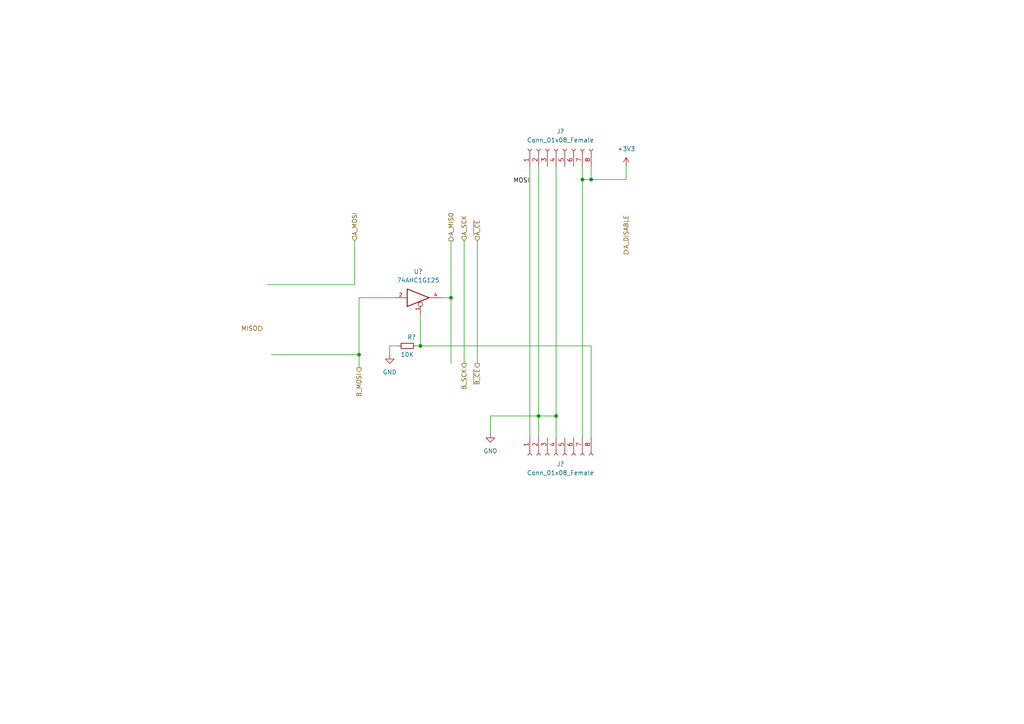
<source format=kicad_sch>
(kicad_sch (version 20211123) (generator eeschema)
  (paper "A4")
  (lib_symbols
    (symbol "74xGxx:74AHC1G125" (pin_names (offset 1.016))
      (property "Reference" "U" (at -2.54 3.81 0))
      (property "Value" "74AHC1G125" (at 0 -3.81 0))
      (symbol "74AHC1G125_0_1"
        (polyline (pts (xy -3.81 2.54) (xy -3.81 -2.54) (xy 2.54 0) (xy -3.81 2.54)) (stroke (width 0.254)))
      )
      (symbol "74AHC1G125_1_1"
        (pin input inverted (at 0 5.08 270) (length 3.81) (name "~") (number "1"))
        (pin input line (at -7.62 0 0) (length 3.81) (name "~") (number "2"))
        (pin power_in line (at 1.27 -1.27 270) (length 0) hide (name "GND") (number "3"))
        (pin tri_state line (at 6.35 0 180) (length 3.81) (name "~") (number "4"))
        (pin power_in line (at 1.27 1.27 90) (length 0) hide (name "VCC") (number "5"))
      )
    )
    (symbol "Connector:Conn_01x08_Female" (pin_names (offset 1.016) hide)
      (property "Reference" "J" (at 0 10.16 0))
      (property "Value" "Conn_01x08_Female" (at 0 -12.7 0))
      (symbol "Conn_01x08_Female_1_1"
        (arc (start 0 -9.652) (mid -0.508 -10.16) (end 0 -10.668) (stroke (width 0.1524)))
        (arc (start 0 -7.112) (mid -0.508 -7.62) (end 0 -8.128) (stroke (width 0.1524)))
        (arc (start 0 -4.572) (mid -0.508 -5.08) (end 0 -5.588) (stroke (width 0.1524)))
        (arc (start 0 -2.032) (mid -0.508 -2.54) (end 0 -3.048) (stroke (width 0.1524)))
        (polyline (pts (xy -1.27 -10.16) (xy -0.508 -10.16)) (stroke (width 0.1524)))
        (polyline (pts (xy -1.27 -7.62) (xy -0.508 -7.62)) (stroke (width 0.1524)))
        (polyline (pts (xy -1.27 -5.08) (xy -0.508 -5.08)) (stroke (width 0.1524)))
        (polyline (pts (xy -1.27 -2.54) (xy -0.508 -2.54)) (stroke (width 0.1524)))
        (polyline (pts (xy -1.27 0) (xy -0.508 0)) (stroke (width 0.1524)))
        (polyline (pts (xy -1.27 2.54) (xy -0.508 2.54)) (stroke (width 0.1524)))
        (polyline (pts (xy -1.27 5.08) (xy -0.508 5.08)) (stroke (width 0.1524)))
        (polyline (pts (xy -1.27 7.62) (xy -0.508 7.62)) (stroke (width 0.1524)))
        (arc (start 0 0.508) (mid -0.508 0) (end 0 -0.508) (stroke (width 0.1524)))
        (arc (start 0 3.048) (mid -0.508 2.54) (end 0 2.032) (stroke (width 0.1524)))
        (arc (start 0 5.588) (mid -0.508 5.08) (end 0 4.572) (stroke (width 0.1524)))
        (arc (start 0 8.128) (mid -0.508 7.62) (end 0 7.112) (stroke (width 0.1524)))
        (pin passive line (at -5.08 7.62 0) (length 3.81) (name "Pin_1") (number "1"))
        (pin passive line (at -5.08 5.08 0) (length 3.81) (name "Pin_2") (number "2"))
        (pin passive line (at -5.08 2.54 0) (length 3.81) (name "Pin_3") (number "3"))
        (pin passive line (at -5.08 0 0) (length 3.81) (name "Pin_4") (number "4"))
        (pin passive line (at -5.08 -2.54 0) (length 3.81) (name "Pin_5") (number "5"))
        (pin passive line (at -5.08 -5.08 0) (length 3.81) (name "Pin_6") (number "6"))
        (pin passive line (at -5.08 -7.62 0) (length 3.81) (name "Pin_7") (number "7"))
        (pin passive line (at -5.08 -10.16 0) (length 3.81) (name "Pin_8") (number "8"))
      )
    )
    (symbol "Device:R_Small" (pin_numbers hide) (pin_names (offset 0.254) hide)
      (property "Reference" "R" (at 0.762 0.508 0))
      (property "Value" "R_Small" (at 0.762 -1.016 0))
      (symbol "R_Small_0_1"
        (rectangle (start -0.762 1.778) (end 0.762 -1.778) (stroke (width 0.2032)))
      )
      (symbol "R_Small_1_1"
        (pin passive line (at 0 2.54 270) (length 0.762) (name "~") (number "1"))
        (pin passive line (at 0 -2.54 90) (length 0.762) (name "~") (number "2"))
      )
    )
    (symbol "power:+3V3" (power) (pin_names (offset 0))
      (property "Value" "+3V3" (at 0 3.556 0))
      (symbol "+3V3_0_1"
        (polyline (pts (xy -0.762 1.27) (xy 0 2.54)))
        (polyline (pts (xy 0 0) (xy 0 2.54)))
        (polyline (pts (xy 0 2.54) (xy 0.762 1.27)))
      )
      (symbol "+3V3_1_1"
        (pin power_in line (at 0 0 90) (length 0) hide (name "+3V3") (number "1"))
      )
    )
    (symbol "power:GND" (power) (pin_names (offset 0))
      (property "Value" "GND" (at 0 -3.81 0))
      (symbol "GND_0_1"
        (polyline (pts (xy 0 0) (xy 0 -1.27) (xy 1.27 -1.27) (xy 0 -2.54) (xy -1.27 -1.27) (xy 0 -1.27)))
      )
      (symbol "GND_1_1"
        (pin power_in line (at 0 0 270) (length 0) hide (name "GND") (number "1"))
      )
    )
  )
  (junction (at 161.29 120.65))
  (junction (at 104.14 102.87))
  (junction (at 156.21 120.65))
  (junction (at 168.91 52.07))
  (junction (at 130.81 86.36))
  (junction (at 171.45 52.07))
  (junction (at 121.92 100.33))
  (wire (pts (xy 171.45 100.33) (xy 171.45 127)))
  (wire (pts (xy 161.29 120.65) (xy 161.29 127)))
  (wire (pts (xy 142.24 125.73) (xy 142.24 120.65)))
  (wire (pts (xy 142.24 120.65) (xy 156.21 120.65)))
  (wire (pts (xy 102.87 69.85) (xy 102.87 82.55)))
  (wire (pts (xy 168.91 52.07) (xy 168.91 127)))
  (wire (pts (xy 121.92 100.33) (xy 171.45 100.33)))
  (wire (pts (xy 168.91 52.07) (xy 171.45 52.07)))
  (wire (pts (xy 168.91 48.26) (xy 168.91 52.07)))
  (wire (pts (xy 171.45 48.26) (xy 171.45 52.07)))
  (wire (pts (xy 134.62 69.85) (xy 134.62 105.41)))
  (wire (pts (xy 156.21 48.26) (xy 156.21 120.65)))
  (wire (pts (xy 104.14 102.87) (xy 104.14 106.68)))
  (wire (pts (xy 156.21 120.65) (xy 161.29 120.65)))
  (wire (pts (xy 104.14 86.36) (xy 104.14 102.87)))
  (wire (pts (xy 156.21 120.65) (xy 156.21 127)))
  (wire (pts (xy 128.27 86.36) (xy 130.81 86.36)))
  (wire (pts (xy 181.61 52.07) (xy 181.61 48.26)))
  (wire (pts (xy 113.03 100.33) (xy 113.03 102.87)))
  (wire (pts (xy 171.45 52.07) (xy 181.61 52.07)))
  (wire (pts (xy 153.67 48.26) (xy 153.67 127)))
  (wire (pts (xy 114.3 86.36) (xy 104.14 86.36)))
  (wire (pts (xy 130.81 69.85) (xy 130.81 86.36)))
  (wire (pts (xy 115.57 100.33) (xy 113.03 100.33)))
  (wire (pts (xy 121.92 100.33) (xy 120.65 100.33)))
  (wire (pts (xy 161.29 48.26) (xy 161.29 120.65)))
  (wire (pts (xy 77.47 82.55) (xy 102.87 82.55)))
  (wire (pts (xy 130.81 86.36) (xy 130.81 105.41)))
  (wire (pts (xy 78.74 102.87) (xy 104.14 102.87)))
  (wire (pts (xy 138.43 69.85) (xy 138.43 105.41)))
  (wire (pts (xy 121.92 91.44) (xy 121.92 100.33)))
  (label "MOSI" (at 153.67 53.34 180))
  (hierarchical_label "B_SCK" (shape output) (at 134.62 105.41 270))
  (hierarchical_label "~{B_CE}" (shape output) (at 138.43 105.41 270))
  (hierarchical_label "A_MOSI" (shape input) (at 102.87 69.85 90))
  (hierarchical_label "A_MISO" (shape output) (at 130.81 69.85 90))
  (hierarchical_label "MISO" (shape input) (at 76.2 95.25 180))
  (hierarchical_label "A_DISABLE" (shape output) (at 181.61 73.66 90))
  (hierarchical_label "A_SCK" (shape input) (at 134.62 69.85 90))
  (hierarchical_label "~{A_CE}" (shape input) (at 138.43 69.85 90))
  (hierarchical_label "B_MOSI" (shape output) (at 104.14 106.68 270))
  (symbol (lib_id "Device:R_Small") (at 118.11 100.33 270) (unit 1)
    (property "Reference" "R?" (at 119.38 97.79 90))
    (property "Value" "10K" (at 118.11 102.87 90))
  )
  (symbol (lib_id "Connector:Conn_01x08_Female") (at 161.29 132.08 90) (mirror x) (unit 1)
    (property "Reference" "J?" (at 162.56 134.62 90))
    (property "Value" "Conn_01x08_Female" (at 162.56 137.16 90))
  )
  (symbol (lib_id "power:+3V3") (at 181.61 48.26 0) (unit 1)
    (property "Reference" "#PWR?" (effects hide))
    (property "Value" "+3V3" (at 181.61 43.18 0))
  )
  (symbol (lib_id "74xGxx:74AHC1G125") (at 121.92 86.36 0) (mirror x) (unit 1)
    (property "Reference" "U?" (at 121.285 78.74 0))
    (property "Value" "74AHC1G125" (at 121.285 81.28 0))
    (property "Datasheet" "http://www.ti.com/lit/sg/scyt129e/scyt129e.pdf" (effects hide))
  )
  (symbol (lib_id "power:GND") (at 142.24 125.73 0) (unit 1)
    (property "Reference" "#PWR?" (effects hide))
    (property "Value" "GND" (at 142.24 130.81 0))
  )
  (symbol (lib_id "Connector:Conn_01x08_Female") (at 161.29 43.18 90) (unit 1)
    (property "Reference" "J?" (at 162.56 38.1 90))
    (property "Value" "Conn_01x08_Female" (at 162.56 40.64 90))
  )
  (symbol (lib_id "power:GND") (at 113.03 102.87 0) (unit 1)
    (property "Reference" "#PWR?" (effects hide))
    (property "Value" "GND" (at 113.03 107.95 0))
  )
)
</source>
